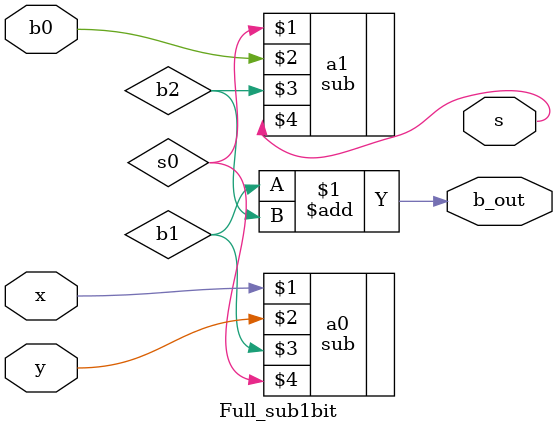
<source format=v>
`timescale 1ns / 1ps


module Full_sub1bit(x,y,b0,b_out,s);

input x,y,b0;
output b_out,s;
wire s0, b1, b2;
sub a0(x,y,b1,s0);
sub a1(s0,b0,b2,s);
assign b_out = b1 + b2;

endmodule

</source>
